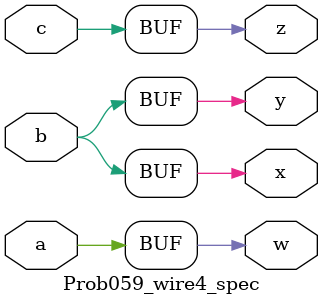
<source format=v>
module Prob059_wire4_spec(input [0:0] a, input [0:0] b, input [0:0] c, output [0:0] w, output [0:0] x, output [0:0] y, output [0:0] z);
    assign w = a; // Connect a to w
    assign x = b; // Connect b to x
    assign y = b; // Connect b to y
    assign z = c; // Connect c to z
endmodule

</source>
